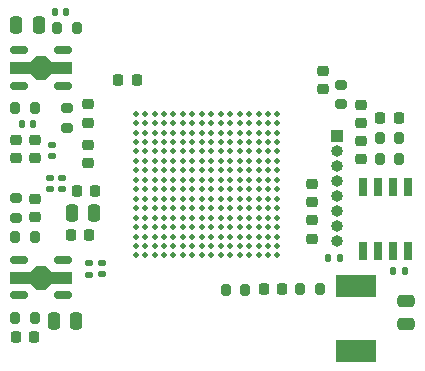
<source format=gbr>
%TF.GenerationSoftware,KiCad,Pcbnew,8.0.4-8.0.4-0~ubuntu20.04.1*%
%TF.CreationDate,2024-10-25T22:34:00+02:00*%
%TF.ProjectId,home_auto,686f6d65-5f61-4757-946f-2e6b69636164,rev?*%
%TF.SameCoordinates,Original*%
%TF.FileFunction,Soldermask,Top*%
%TF.FilePolarity,Negative*%
%FSLAX46Y46*%
G04 Gerber Fmt 4.6, Leading zero omitted, Abs format (unit mm)*
G04 Created by KiCad (PCBNEW 8.0.4-8.0.4-0~ubuntu20.04.1) date 2024-10-25 22:34:00*
%MOMM*%
%LPD*%
G01*
G04 APERTURE LIST*
G04 Aperture macros list*
%AMRoundRect*
0 Rectangle with rounded corners*
0 $1 Rounding radius*
0 $2 $3 $4 $5 $6 $7 $8 $9 X,Y pos of 4 corners*
0 Add a 4 corners polygon primitive as box body*
4,1,4,$2,$3,$4,$5,$6,$7,$8,$9,$2,$3,0*
0 Add four circle primitives for the rounded corners*
1,1,$1+$1,$2,$3*
1,1,$1+$1,$4,$5*
1,1,$1+$1,$6,$7*
1,1,$1+$1,$8,$9*
0 Add four rect primitives between the rounded corners*
20,1,$1+$1,$2,$3,$4,$5,0*
20,1,$1+$1,$4,$5,$6,$7,0*
20,1,$1+$1,$6,$7,$8,$9,0*
20,1,$1+$1,$8,$9,$2,$3,0*%
%AMFreePoly0*
4,1,13,0.900000,0.500000,2.600000,0.500000,2.600000,-0.500000,0.900000,-0.500000,0.400000,-1.000000,-0.400000,-1.000000,-0.900000,-0.500000,-2.600000,-0.500000,-2.600000,0.500000,-0.900000,0.500000,-0.400000,1.000000,0.400000,1.000000,0.900000,0.500000,0.900000,0.500000,$1*%
G04 Aperture macros list end*
%ADD10RoundRect,0.200000X-0.200000X-0.275000X0.200000X-0.275000X0.200000X0.275000X-0.200000X0.275000X0*%
%ADD11RoundRect,0.250000X-0.250000X-0.475000X0.250000X-0.475000X0.250000X0.475000X-0.250000X0.475000X0*%
%ADD12RoundRect,0.225000X0.250000X-0.225000X0.250000X0.225000X-0.250000X0.225000X-0.250000X-0.225000X0*%
%ADD13RoundRect,0.225000X-0.225000X-0.250000X0.225000X-0.250000X0.225000X0.250000X-0.225000X0.250000X0*%
%ADD14RoundRect,0.200000X0.200000X0.275000X-0.200000X0.275000X-0.200000X-0.275000X0.200000X-0.275000X0*%
%ADD15R,3.400000X1.850000*%
%ADD16RoundRect,0.135000X-0.135000X-0.185000X0.135000X-0.185000X0.135000X0.185000X-0.135000X0.185000X0*%
%ADD17RoundRect,0.225000X-0.250000X0.225000X-0.250000X-0.225000X0.250000X-0.225000X0.250000X0.225000X0*%
%ADD18RoundRect,0.147500X-0.172500X0.147500X-0.172500X-0.147500X0.172500X-0.147500X0.172500X0.147500X0*%
%ADD19RoundRect,0.200000X0.275000X-0.200000X0.275000X0.200000X-0.275000X0.200000X-0.275000X-0.200000X0*%
%ADD20RoundRect,0.140000X-0.140000X-0.170000X0.140000X-0.170000X0.140000X0.170000X-0.140000X0.170000X0*%
%ADD21RoundRect,0.250000X-0.475000X0.250000X-0.475000X-0.250000X0.475000X-0.250000X0.475000X0.250000X0*%
%ADD22RoundRect,0.147500X0.172500X-0.147500X0.172500X0.147500X-0.172500X0.147500X-0.172500X-0.147500X0*%
%ADD23RoundRect,0.250000X0.250000X0.475000X-0.250000X0.475000X-0.250000X-0.475000X0.250000X-0.475000X0*%
%ADD24RoundRect,0.200000X-0.275000X0.200000X-0.275000X-0.200000X0.275000X-0.200000X0.275000X0.200000X0*%
%ADD25R,0.700000X1.525000*%
%ADD26RoundRect,0.175000X-0.575000X-0.175000X0.575000X-0.175000X0.575000X0.175000X-0.575000X0.175000X0*%
%ADD27FreePoly0,0.000000*%
%ADD28RoundRect,0.175000X0.575000X0.175000X-0.575000X0.175000X-0.575000X-0.175000X0.575000X-0.175000X0*%
%ADD29FreePoly0,180.000000*%
%ADD30RoundRect,0.225000X0.225000X0.250000X-0.225000X0.250000X-0.225000X-0.250000X0.225000X-0.250000X0*%
%ADD31RoundRect,0.147500X-0.147500X-0.172500X0.147500X-0.172500X0.147500X0.172500X-0.147500X0.172500X0*%
%ADD32RoundRect,0.140000X0.140000X0.170000X-0.140000X0.170000X-0.140000X-0.170000X0.140000X-0.170000X0*%
%ADD33C,0.470000*%
%ADD34RoundRect,0.140000X-0.170000X0.140000X-0.170000X-0.140000X0.170000X-0.140000X0.170000X0.140000X0*%
%ADD35O,1.000000X1.000000*%
%ADD36R,1.000000X1.000000*%
G04 APERTURE END LIST*
D10*
%TO.C,R3*%
X107900000Y-96575000D03*
X106250000Y-96575000D03*
%TD*%
D11*
%TO.C,C26*%
X78650000Y-110275000D03*
X80550000Y-110275000D03*
%TD*%
D12*
%TO.C,C24*%
X77075000Y-101500000D03*
X77075000Y-99950000D03*
%TD*%
D13*
%TO.C,C5*%
X107850000Y-93125000D03*
X106300000Y-93125000D03*
%TD*%
D14*
%TO.C,R10*%
X77025000Y-110025000D03*
X75375000Y-110025000D03*
%TD*%
D15*
%TO.C,L1*%
X104225000Y-112847785D03*
X104225000Y-107297785D03*
%TD*%
D16*
%TO.C,R189*%
X101880000Y-104990000D03*
X102900000Y-104990000D03*
%TD*%
D12*
%TO.C,C29*%
X81520000Y-93485000D03*
X81520000Y-91935000D03*
%TD*%
D17*
%TO.C,C8*%
X104625000Y-93550000D03*
X104625000Y-92000000D03*
%TD*%
%TO.C,C15*%
X77070000Y-94945000D03*
X77070000Y-96495000D03*
%TD*%
D18*
%TO.C,L11*%
X82770000Y-105375000D03*
X82770000Y-106345000D03*
%TD*%
D10*
%TO.C,R4*%
X78950000Y-85475000D03*
X80600000Y-85475000D03*
%TD*%
D19*
%TO.C,R6*%
X79775000Y-93925000D03*
X79775000Y-92275000D03*
%TD*%
D20*
%TO.C,C17*%
X78745000Y-84150000D03*
X79705000Y-84150000D03*
%TD*%
D21*
%TO.C,C2*%
X108500000Y-108630000D03*
X108500000Y-110530000D03*
%TD*%
D14*
%TO.C,R13*%
X94875000Y-107690000D03*
X93225000Y-107690000D03*
%TD*%
D22*
%TO.C,L7*%
X79320000Y-99150000D03*
X79320000Y-98180000D03*
%TD*%
D12*
%TO.C,C39*%
X101400000Y-90675000D03*
X101400000Y-89125000D03*
%TD*%
D23*
%TO.C,C16*%
X77380000Y-85225000D03*
X75480000Y-85225000D03*
%TD*%
D17*
%TO.C,C28*%
X81550000Y-95365000D03*
X81550000Y-96915000D03*
%TD*%
D14*
%TO.C,R5*%
X77025000Y-92260000D03*
X75375000Y-92260000D03*
%TD*%
D13*
%TO.C,C51*%
X80575000Y-99250000D03*
X82125000Y-99250000D03*
%TD*%
D24*
%TO.C,R7*%
X102975000Y-91950000D03*
X102975000Y-90300000D03*
%TD*%
D22*
%TO.C,L9*%
X78330000Y-99125000D03*
X78330000Y-98155000D03*
%TD*%
D24*
%TO.C,R12*%
X75450000Y-99900000D03*
X75450000Y-101550000D03*
%TD*%
D12*
%TO.C,C9*%
X104675000Y-95050000D03*
X104675000Y-96600000D03*
%TD*%
D25*
%TO.C,PS1*%
X108600385Y-104362000D03*
X107330385Y-104362000D03*
X106060385Y-104362000D03*
X104790385Y-104362000D03*
X104790385Y-98938000D03*
X106060385Y-98938000D03*
X107330385Y-98938000D03*
X108600385Y-98938000D03*
%TD*%
D10*
%TO.C,R11*%
X75375000Y-103150000D03*
X77025000Y-103150000D03*
%TD*%
D26*
%TO.C,U3*%
X75700000Y-105125000D03*
D27*
X77550000Y-106625000D03*
D26*
X75700000Y-108125000D03*
X79400000Y-108125000D03*
X79400000Y-105125000D03*
%TD*%
D17*
%TO.C,C60*%
X100520000Y-98700000D03*
X100520000Y-100250000D03*
%TD*%
D28*
%TO.C,U1*%
X79425000Y-90350000D03*
D29*
X77575000Y-88850000D03*
D28*
X79425000Y-87350000D03*
X75725000Y-87350000D03*
X75725000Y-90350000D03*
%TD*%
D30*
%TO.C,C27*%
X76975000Y-111675000D03*
X75425000Y-111675000D03*
%TD*%
%TO.C,C36*%
X85655000Y-89920000D03*
X84105000Y-89920000D03*
%TD*%
D12*
%TO.C,C66*%
X100530000Y-103315000D03*
X100530000Y-101765000D03*
%TD*%
D17*
%TO.C,C14*%
X75470000Y-94945000D03*
X75470000Y-96495000D03*
%TD*%
D13*
%TO.C,C57*%
X96455000Y-107590000D03*
X98005000Y-107590000D03*
%TD*%
D31*
%TO.C,L2*%
X75945000Y-93600000D03*
X76915000Y-93600000D03*
%TD*%
D32*
%TO.C,C3*%
X108350000Y-106030000D03*
X107390000Y-106030000D03*
%TD*%
D11*
%TO.C,C25*%
X80150000Y-101125000D03*
X82050000Y-101125000D03*
%TD*%
D14*
%TO.C,R2*%
X106225000Y-94825000D03*
X107875000Y-94825000D03*
%TD*%
D33*
%TO.C,U4*%
X85580000Y-92735000D03*
X86380000Y-92735000D03*
X87180000Y-92735000D03*
X87980000Y-92735000D03*
X88780000Y-92735000D03*
X89580000Y-92735000D03*
X90380000Y-92735000D03*
X91180000Y-92735000D03*
X91980000Y-92735000D03*
X92780000Y-92735000D03*
X93580000Y-92735000D03*
X94380000Y-92735000D03*
X95180000Y-92735000D03*
X95980000Y-92735000D03*
X96780000Y-92735000D03*
X97580000Y-92735000D03*
X85580000Y-93535000D03*
X86380000Y-93535000D03*
X87180000Y-93535000D03*
X87980000Y-93535000D03*
X88780000Y-93535000D03*
X89580000Y-93535000D03*
X90380000Y-93535000D03*
X91180000Y-93535000D03*
X91980000Y-93535000D03*
X92780000Y-93535000D03*
X93580000Y-93535000D03*
X94380000Y-93535000D03*
X95180000Y-93535000D03*
X95980000Y-93535000D03*
X96780000Y-93535000D03*
X97580000Y-93535000D03*
X85580000Y-94335000D03*
X86380000Y-94335000D03*
X87180000Y-94335000D03*
X87980000Y-94335000D03*
X88780000Y-94335000D03*
X89580000Y-94335000D03*
X90380000Y-94335000D03*
X91180000Y-94335000D03*
X91980000Y-94335000D03*
X92780000Y-94335000D03*
X93580000Y-94335000D03*
X94380000Y-94335000D03*
X95180000Y-94335000D03*
X95980000Y-94335000D03*
X96780000Y-94335000D03*
X97580000Y-94335000D03*
X85580000Y-95135000D03*
X86380000Y-95135000D03*
X87180000Y-95135000D03*
X87980000Y-95135000D03*
X88780000Y-95135000D03*
X89580000Y-95135000D03*
X90380000Y-95135000D03*
X91180000Y-95135000D03*
X91980000Y-95135000D03*
X92780000Y-95135000D03*
X93580000Y-95135000D03*
X94380000Y-95135000D03*
X95180000Y-95135000D03*
X95980000Y-95135000D03*
X96780000Y-95135000D03*
X97580000Y-95135000D03*
X85580000Y-95935000D03*
X86380000Y-95935000D03*
X87180000Y-95935000D03*
X87980000Y-95935000D03*
X88780000Y-95935000D03*
X89580000Y-95935000D03*
X90380000Y-95935000D03*
X91180000Y-95935000D03*
X91980000Y-95935000D03*
X92780000Y-95935000D03*
X93580000Y-95935000D03*
X94380000Y-95935000D03*
X95180000Y-95935000D03*
X95980000Y-95935000D03*
X96780000Y-95935000D03*
X97580000Y-95935000D03*
X85580000Y-96735000D03*
X86380000Y-96735000D03*
X87180000Y-96735000D03*
X87980000Y-96735000D03*
X88780000Y-96735000D03*
X89580000Y-96735000D03*
X90380000Y-96735000D03*
X91180000Y-96735000D03*
X91980000Y-96735000D03*
X92780000Y-96735000D03*
X93580000Y-96735000D03*
X94380000Y-96735000D03*
X95180000Y-96735000D03*
X95980000Y-96735000D03*
X96780000Y-96735000D03*
X97580000Y-96735000D03*
X85580000Y-97535000D03*
X86380000Y-97535000D03*
X87180000Y-97535000D03*
X87980000Y-97535000D03*
X88780000Y-97535000D03*
X89580000Y-97535000D03*
X90380000Y-97535000D03*
X91180000Y-97535000D03*
X91980000Y-97535000D03*
X92780000Y-97535000D03*
X93580000Y-97535000D03*
X94380000Y-97535000D03*
X95180000Y-97535000D03*
X95980000Y-97535000D03*
X96780000Y-97535000D03*
X97580000Y-97535000D03*
X85580000Y-98335000D03*
X86380000Y-98335000D03*
X87180000Y-98335000D03*
X87980000Y-98335000D03*
X88780000Y-98335000D03*
X89580000Y-98335000D03*
X90380000Y-98335000D03*
X91180000Y-98335000D03*
X91980000Y-98335000D03*
X92780000Y-98335000D03*
X93580000Y-98335000D03*
X94380000Y-98335000D03*
X95180000Y-98335000D03*
X95980000Y-98335000D03*
X96780000Y-98335000D03*
X97580000Y-98335000D03*
X85580000Y-99135000D03*
X86380000Y-99135000D03*
X87180000Y-99135000D03*
X87980000Y-99135000D03*
X88780000Y-99135000D03*
X89580000Y-99135000D03*
X90380000Y-99135000D03*
X91180000Y-99135000D03*
X91980000Y-99135000D03*
X92780000Y-99135000D03*
X93580000Y-99135000D03*
X94380000Y-99135000D03*
X95180000Y-99135000D03*
X95980000Y-99135000D03*
X96780000Y-99135000D03*
X97580000Y-99135000D03*
X85580000Y-99935000D03*
X86380000Y-99935000D03*
X87180000Y-99935000D03*
X87980000Y-99935000D03*
X88780000Y-99935000D03*
X89580000Y-99935000D03*
X90380000Y-99935000D03*
X91180000Y-99935000D03*
X91980000Y-99935000D03*
X92780000Y-99935000D03*
X93580000Y-99935000D03*
X94380000Y-99935000D03*
X95180000Y-99935000D03*
X95980000Y-99935000D03*
X96780000Y-99935000D03*
X97580000Y-99935000D03*
X85580000Y-100735000D03*
X86380000Y-100735000D03*
X87180000Y-100735000D03*
X87980000Y-100735000D03*
X88780000Y-100735000D03*
X89580000Y-100735000D03*
X90380000Y-100735000D03*
X91180000Y-100735000D03*
X91980000Y-100735000D03*
X92780000Y-100735000D03*
X93580000Y-100735000D03*
X94380000Y-100735000D03*
X95180000Y-100735000D03*
X95980000Y-100735000D03*
X96780000Y-100735000D03*
X97580000Y-100735000D03*
X85580000Y-101535000D03*
X86380000Y-101535000D03*
X87180000Y-101535000D03*
X87980000Y-101535000D03*
X88780000Y-101535000D03*
X89580000Y-101535000D03*
X90380000Y-101535000D03*
X91180000Y-101535000D03*
X91980000Y-101535000D03*
X92780000Y-101535000D03*
X93580000Y-101535000D03*
X94380000Y-101535000D03*
X95180000Y-101535000D03*
X95980000Y-101535000D03*
X96780000Y-101535000D03*
X97580000Y-101535000D03*
X85580000Y-102335000D03*
X86380000Y-102335000D03*
X87180000Y-102335000D03*
X87980000Y-102335000D03*
X88780000Y-102335000D03*
X89580000Y-102335000D03*
X90380000Y-102335000D03*
X91180000Y-102335000D03*
X91980000Y-102335000D03*
X92780000Y-102335000D03*
X93580000Y-102335000D03*
X94380000Y-102335000D03*
X95180000Y-102335000D03*
X95980000Y-102335000D03*
X96780000Y-102335000D03*
X97580000Y-102335000D03*
X85580000Y-103135000D03*
X86380000Y-103135000D03*
X87180000Y-103135000D03*
X87980000Y-103135000D03*
X88780000Y-103135000D03*
X89580000Y-103135000D03*
X90380000Y-103135000D03*
X91180000Y-103135000D03*
X91980000Y-103135000D03*
X92780000Y-103135000D03*
X93580000Y-103135000D03*
X94380000Y-103135000D03*
X95180000Y-103135000D03*
X95980000Y-103135000D03*
X96780000Y-103135000D03*
X97580000Y-103135000D03*
X85580000Y-103935000D03*
X86380000Y-103935000D03*
X87180000Y-103935000D03*
X87980000Y-103935000D03*
X88780000Y-103935000D03*
X89580000Y-103935000D03*
X90380000Y-103935000D03*
X91180000Y-103935000D03*
X91980000Y-103935000D03*
X92780000Y-103935000D03*
X93580000Y-103935000D03*
X94380000Y-103935000D03*
X95180000Y-103935000D03*
X95980000Y-103935000D03*
X96780000Y-103935000D03*
X97580000Y-103935000D03*
X85580000Y-104735000D03*
X86380000Y-104735000D03*
X87180000Y-104735000D03*
X87980000Y-104735000D03*
X88780000Y-104735000D03*
X89580000Y-104735000D03*
X90380000Y-104735000D03*
X91180000Y-104735000D03*
X91980000Y-104735000D03*
X92780000Y-104735000D03*
X93580000Y-104735000D03*
X94380000Y-104735000D03*
X95180000Y-104735000D03*
X95980000Y-104735000D03*
X96780000Y-104735000D03*
X97580000Y-104735000D03*
%TD*%
D13*
%TO.C,C23*%
X80100000Y-103000000D03*
X81650000Y-103000000D03*
%TD*%
D34*
%TO.C,C13*%
X78470000Y-95360000D03*
X78470000Y-96320000D03*
%TD*%
D14*
%TO.C,R190*%
X101155000Y-107600000D03*
X99505000Y-107600000D03*
%TD*%
D18*
%TO.C,L10*%
X81610000Y-105385000D03*
X81610000Y-106355000D03*
%TD*%
D35*
%TO.C,J13*%
X102650000Y-103540000D03*
X102650000Y-102270000D03*
X102650000Y-101000000D03*
X102650000Y-99730000D03*
X102650000Y-98460000D03*
X102650000Y-97190000D03*
X102650000Y-95920000D03*
D36*
X102650000Y-94650000D03*
%TD*%
M02*

</source>
